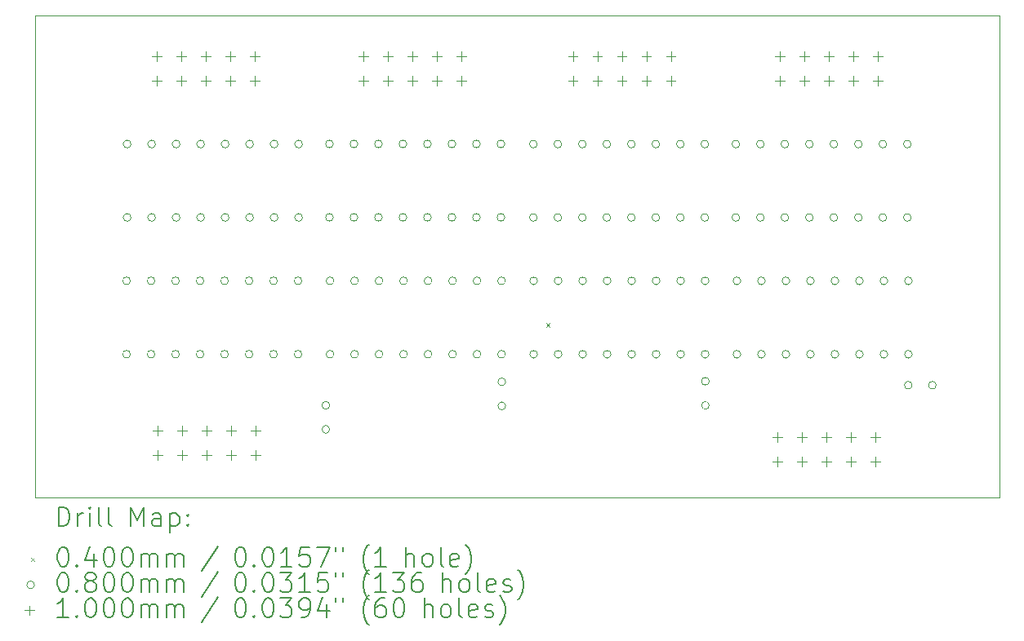
<source format=gbr>
%TF.GenerationSoftware,KiCad,Pcbnew,(7.0.0)*%
%TF.CreationDate,2023-06-04T12:17:30+02:00*%
%TF.ProjectId,DOUT,444f5554-2e6b-4696-9361-645f70636258,rev?*%
%TF.SameCoordinates,Original*%
%TF.FileFunction,Drillmap*%
%TF.FilePolarity,Positive*%
%FSLAX45Y45*%
G04 Gerber Fmt 4.5, Leading zero omitted, Abs format (unit mm)*
G04 Created by KiCad (PCBNEW (7.0.0)) date 2023-06-04 12:17:30*
%MOMM*%
%LPD*%
G01*
G04 APERTURE LIST*
%ADD10C,0.100000*%
%ADD11C,0.200000*%
%ADD12C,0.040000*%
%ADD13C,0.080000*%
G04 APERTURE END LIST*
D10*
X24000000Y-9000000D02*
X14000000Y-9000000D01*
X14000000Y-4000000D01*
X24000000Y-4000000D01*
X24000000Y-9000000D01*
D11*
D12*
X19298440Y-7193050D02*
X19338440Y-7233050D01*
X19338440Y-7193050D02*
X19298440Y-7233050D01*
D13*
X14989000Y-6752000D02*
G75*
G03*
X14989000Y-6752000I-40000J0D01*
G01*
X14989000Y-7514000D02*
G75*
G03*
X14989000Y-7514000I-40000J0D01*
G01*
X14995000Y-5332000D02*
G75*
G03*
X14995000Y-5332000I-40000J0D01*
G01*
X14995000Y-6094000D02*
G75*
G03*
X14995000Y-6094000I-40000J0D01*
G01*
X15243000Y-6752000D02*
G75*
G03*
X15243000Y-6752000I-40000J0D01*
G01*
X15243000Y-7514000D02*
G75*
G03*
X15243000Y-7514000I-40000J0D01*
G01*
X15249000Y-5332000D02*
G75*
G03*
X15249000Y-5332000I-40000J0D01*
G01*
X15249000Y-6094000D02*
G75*
G03*
X15249000Y-6094000I-40000J0D01*
G01*
X15497000Y-6752000D02*
G75*
G03*
X15497000Y-6752000I-40000J0D01*
G01*
X15497000Y-7514000D02*
G75*
G03*
X15497000Y-7514000I-40000J0D01*
G01*
X15503000Y-5332000D02*
G75*
G03*
X15503000Y-5332000I-40000J0D01*
G01*
X15503000Y-6094000D02*
G75*
G03*
X15503000Y-6094000I-40000J0D01*
G01*
X15751000Y-6752000D02*
G75*
G03*
X15751000Y-6752000I-40000J0D01*
G01*
X15751000Y-7514000D02*
G75*
G03*
X15751000Y-7514000I-40000J0D01*
G01*
X15757000Y-5332000D02*
G75*
G03*
X15757000Y-5332000I-40000J0D01*
G01*
X15757000Y-6094000D02*
G75*
G03*
X15757000Y-6094000I-40000J0D01*
G01*
X16005000Y-6752000D02*
G75*
G03*
X16005000Y-6752000I-40000J0D01*
G01*
X16005000Y-7514000D02*
G75*
G03*
X16005000Y-7514000I-40000J0D01*
G01*
X16011000Y-5332000D02*
G75*
G03*
X16011000Y-5332000I-40000J0D01*
G01*
X16011000Y-6094000D02*
G75*
G03*
X16011000Y-6094000I-40000J0D01*
G01*
X16259000Y-6752000D02*
G75*
G03*
X16259000Y-6752000I-40000J0D01*
G01*
X16259000Y-7514000D02*
G75*
G03*
X16259000Y-7514000I-40000J0D01*
G01*
X16265000Y-5332000D02*
G75*
G03*
X16265000Y-5332000I-40000J0D01*
G01*
X16265000Y-6094000D02*
G75*
G03*
X16265000Y-6094000I-40000J0D01*
G01*
X16513000Y-6752000D02*
G75*
G03*
X16513000Y-6752000I-40000J0D01*
G01*
X16513000Y-7514000D02*
G75*
G03*
X16513000Y-7514000I-40000J0D01*
G01*
X16519000Y-5332000D02*
G75*
G03*
X16519000Y-5332000I-40000J0D01*
G01*
X16519000Y-6094000D02*
G75*
G03*
X16519000Y-6094000I-40000J0D01*
G01*
X16767000Y-6752000D02*
G75*
G03*
X16767000Y-6752000I-40000J0D01*
G01*
X16767000Y-7514000D02*
G75*
G03*
X16767000Y-7514000I-40000J0D01*
G01*
X16773000Y-5332000D02*
G75*
G03*
X16773000Y-5332000I-40000J0D01*
G01*
X16773000Y-6094000D02*
G75*
G03*
X16773000Y-6094000I-40000J0D01*
G01*
X17056000Y-8044000D02*
G75*
G03*
X17056000Y-8044000I-40000J0D01*
G01*
X17056000Y-8294000D02*
G75*
G03*
X17056000Y-8294000I-40000J0D01*
G01*
X17092000Y-5331000D02*
G75*
G03*
X17092000Y-5331000I-40000J0D01*
G01*
X17092000Y-6093000D02*
G75*
G03*
X17092000Y-6093000I-40000J0D01*
G01*
X17099000Y-6752000D02*
G75*
G03*
X17099000Y-6752000I-40000J0D01*
G01*
X17099000Y-7514000D02*
G75*
G03*
X17099000Y-7514000I-40000J0D01*
G01*
X17346000Y-5331000D02*
G75*
G03*
X17346000Y-5331000I-40000J0D01*
G01*
X17346000Y-6093000D02*
G75*
G03*
X17346000Y-6093000I-40000J0D01*
G01*
X17353000Y-6752000D02*
G75*
G03*
X17353000Y-6752000I-40000J0D01*
G01*
X17353000Y-7514000D02*
G75*
G03*
X17353000Y-7514000I-40000J0D01*
G01*
X17600000Y-5331000D02*
G75*
G03*
X17600000Y-5331000I-40000J0D01*
G01*
X17600000Y-6093000D02*
G75*
G03*
X17600000Y-6093000I-40000J0D01*
G01*
X17607000Y-6752000D02*
G75*
G03*
X17607000Y-6752000I-40000J0D01*
G01*
X17607000Y-7514000D02*
G75*
G03*
X17607000Y-7514000I-40000J0D01*
G01*
X17854000Y-5331000D02*
G75*
G03*
X17854000Y-5331000I-40000J0D01*
G01*
X17854000Y-6093000D02*
G75*
G03*
X17854000Y-6093000I-40000J0D01*
G01*
X17861000Y-6752000D02*
G75*
G03*
X17861000Y-6752000I-40000J0D01*
G01*
X17861000Y-7514000D02*
G75*
G03*
X17861000Y-7514000I-40000J0D01*
G01*
X18108000Y-5331000D02*
G75*
G03*
X18108000Y-5331000I-40000J0D01*
G01*
X18108000Y-6093000D02*
G75*
G03*
X18108000Y-6093000I-40000J0D01*
G01*
X18115000Y-6752000D02*
G75*
G03*
X18115000Y-6752000I-40000J0D01*
G01*
X18115000Y-7514000D02*
G75*
G03*
X18115000Y-7514000I-40000J0D01*
G01*
X18362000Y-5331000D02*
G75*
G03*
X18362000Y-5331000I-40000J0D01*
G01*
X18362000Y-6093000D02*
G75*
G03*
X18362000Y-6093000I-40000J0D01*
G01*
X18369000Y-6752000D02*
G75*
G03*
X18369000Y-6752000I-40000J0D01*
G01*
X18369000Y-7514000D02*
G75*
G03*
X18369000Y-7514000I-40000J0D01*
G01*
X18616000Y-5331000D02*
G75*
G03*
X18616000Y-5331000I-40000J0D01*
G01*
X18616000Y-6093000D02*
G75*
G03*
X18616000Y-6093000I-40000J0D01*
G01*
X18623000Y-6752000D02*
G75*
G03*
X18623000Y-6752000I-40000J0D01*
G01*
X18623000Y-7514000D02*
G75*
G03*
X18623000Y-7514000I-40000J0D01*
G01*
X18870000Y-5331000D02*
G75*
G03*
X18870000Y-5331000I-40000J0D01*
G01*
X18870000Y-6093000D02*
G75*
G03*
X18870000Y-6093000I-40000J0D01*
G01*
X18877000Y-6752000D02*
G75*
G03*
X18877000Y-6752000I-40000J0D01*
G01*
X18877000Y-7514000D02*
G75*
G03*
X18877000Y-7514000I-40000J0D01*
G01*
X18880000Y-7800000D02*
G75*
G03*
X18880000Y-7800000I-40000J0D01*
G01*
X18880000Y-8050000D02*
G75*
G03*
X18880000Y-8050000I-40000J0D01*
G01*
X19207000Y-5332000D02*
G75*
G03*
X19207000Y-5332000I-40000J0D01*
G01*
X19207000Y-6094000D02*
G75*
G03*
X19207000Y-6094000I-40000J0D01*
G01*
X19210000Y-6752000D02*
G75*
G03*
X19210000Y-6752000I-40000J0D01*
G01*
X19210000Y-7514000D02*
G75*
G03*
X19210000Y-7514000I-40000J0D01*
G01*
X19461000Y-5332000D02*
G75*
G03*
X19461000Y-5332000I-40000J0D01*
G01*
X19461000Y-6094000D02*
G75*
G03*
X19461000Y-6094000I-40000J0D01*
G01*
X19464000Y-6752000D02*
G75*
G03*
X19464000Y-6752000I-40000J0D01*
G01*
X19464000Y-7514000D02*
G75*
G03*
X19464000Y-7514000I-40000J0D01*
G01*
X19715000Y-5332000D02*
G75*
G03*
X19715000Y-5332000I-40000J0D01*
G01*
X19715000Y-6094000D02*
G75*
G03*
X19715000Y-6094000I-40000J0D01*
G01*
X19718000Y-6752000D02*
G75*
G03*
X19718000Y-6752000I-40000J0D01*
G01*
X19718000Y-7514000D02*
G75*
G03*
X19718000Y-7514000I-40000J0D01*
G01*
X19969000Y-5332000D02*
G75*
G03*
X19969000Y-5332000I-40000J0D01*
G01*
X19969000Y-6094000D02*
G75*
G03*
X19969000Y-6094000I-40000J0D01*
G01*
X19972000Y-6752000D02*
G75*
G03*
X19972000Y-6752000I-40000J0D01*
G01*
X19972000Y-7514000D02*
G75*
G03*
X19972000Y-7514000I-40000J0D01*
G01*
X20223000Y-5332000D02*
G75*
G03*
X20223000Y-5332000I-40000J0D01*
G01*
X20223000Y-6094000D02*
G75*
G03*
X20223000Y-6094000I-40000J0D01*
G01*
X20226000Y-6752000D02*
G75*
G03*
X20226000Y-6752000I-40000J0D01*
G01*
X20226000Y-7514000D02*
G75*
G03*
X20226000Y-7514000I-40000J0D01*
G01*
X20477000Y-5332000D02*
G75*
G03*
X20477000Y-5332000I-40000J0D01*
G01*
X20477000Y-6094000D02*
G75*
G03*
X20477000Y-6094000I-40000J0D01*
G01*
X20480000Y-6752000D02*
G75*
G03*
X20480000Y-6752000I-40000J0D01*
G01*
X20480000Y-7514000D02*
G75*
G03*
X20480000Y-7514000I-40000J0D01*
G01*
X20731000Y-5332000D02*
G75*
G03*
X20731000Y-5332000I-40000J0D01*
G01*
X20731000Y-6094000D02*
G75*
G03*
X20731000Y-6094000I-40000J0D01*
G01*
X20734000Y-6752000D02*
G75*
G03*
X20734000Y-6752000I-40000J0D01*
G01*
X20734000Y-7514000D02*
G75*
G03*
X20734000Y-7514000I-40000J0D01*
G01*
X20985000Y-5332000D02*
G75*
G03*
X20985000Y-5332000I-40000J0D01*
G01*
X20985000Y-6094000D02*
G75*
G03*
X20985000Y-6094000I-40000J0D01*
G01*
X20988000Y-6752000D02*
G75*
G03*
X20988000Y-6752000I-40000J0D01*
G01*
X20988000Y-7514000D02*
G75*
G03*
X20988000Y-7514000I-40000J0D01*
G01*
X20990000Y-7795000D02*
G75*
G03*
X20990000Y-7795000I-40000J0D01*
G01*
X20990000Y-8045000D02*
G75*
G03*
X20990000Y-8045000I-40000J0D01*
G01*
X21307000Y-5332000D02*
G75*
G03*
X21307000Y-5332000I-40000J0D01*
G01*
X21307000Y-6094000D02*
G75*
G03*
X21307000Y-6094000I-40000J0D01*
G01*
X21318000Y-6752000D02*
G75*
G03*
X21318000Y-6752000I-40000J0D01*
G01*
X21318000Y-7514000D02*
G75*
G03*
X21318000Y-7514000I-40000J0D01*
G01*
X21561000Y-5332000D02*
G75*
G03*
X21561000Y-5332000I-40000J0D01*
G01*
X21561000Y-6094000D02*
G75*
G03*
X21561000Y-6094000I-40000J0D01*
G01*
X21572000Y-6752000D02*
G75*
G03*
X21572000Y-6752000I-40000J0D01*
G01*
X21572000Y-7514000D02*
G75*
G03*
X21572000Y-7514000I-40000J0D01*
G01*
X21815000Y-5332000D02*
G75*
G03*
X21815000Y-5332000I-40000J0D01*
G01*
X21815000Y-6094000D02*
G75*
G03*
X21815000Y-6094000I-40000J0D01*
G01*
X21826000Y-6752000D02*
G75*
G03*
X21826000Y-6752000I-40000J0D01*
G01*
X21826000Y-7514000D02*
G75*
G03*
X21826000Y-7514000I-40000J0D01*
G01*
X22069000Y-5332000D02*
G75*
G03*
X22069000Y-5332000I-40000J0D01*
G01*
X22069000Y-6094000D02*
G75*
G03*
X22069000Y-6094000I-40000J0D01*
G01*
X22080000Y-6752000D02*
G75*
G03*
X22080000Y-6752000I-40000J0D01*
G01*
X22080000Y-7514000D02*
G75*
G03*
X22080000Y-7514000I-40000J0D01*
G01*
X22323000Y-5332000D02*
G75*
G03*
X22323000Y-5332000I-40000J0D01*
G01*
X22323000Y-6094000D02*
G75*
G03*
X22323000Y-6094000I-40000J0D01*
G01*
X22334000Y-6752000D02*
G75*
G03*
X22334000Y-6752000I-40000J0D01*
G01*
X22334000Y-7514000D02*
G75*
G03*
X22334000Y-7514000I-40000J0D01*
G01*
X22577000Y-5332000D02*
G75*
G03*
X22577000Y-5332000I-40000J0D01*
G01*
X22577000Y-6094000D02*
G75*
G03*
X22577000Y-6094000I-40000J0D01*
G01*
X22588000Y-6752000D02*
G75*
G03*
X22588000Y-6752000I-40000J0D01*
G01*
X22588000Y-7514000D02*
G75*
G03*
X22588000Y-7514000I-40000J0D01*
G01*
X22831000Y-5332000D02*
G75*
G03*
X22831000Y-5332000I-40000J0D01*
G01*
X22831000Y-6094000D02*
G75*
G03*
X22831000Y-6094000I-40000J0D01*
G01*
X22842000Y-6752000D02*
G75*
G03*
X22842000Y-6752000I-40000J0D01*
G01*
X22842000Y-7514000D02*
G75*
G03*
X22842000Y-7514000I-40000J0D01*
G01*
X23085000Y-5332000D02*
G75*
G03*
X23085000Y-5332000I-40000J0D01*
G01*
X23085000Y-6094000D02*
G75*
G03*
X23085000Y-6094000I-40000J0D01*
G01*
X23094000Y-7835000D02*
G75*
G03*
X23094000Y-7835000I-40000J0D01*
G01*
X23096000Y-6752000D02*
G75*
G03*
X23096000Y-6752000I-40000J0D01*
G01*
X23096000Y-7514000D02*
G75*
G03*
X23096000Y-7514000I-40000J0D01*
G01*
X23344000Y-7835000D02*
G75*
G03*
X23344000Y-7835000I-40000J0D01*
G01*
D10*
X15263000Y-4370000D02*
X15263000Y-4470000D01*
X15213000Y-4420000D02*
X15313000Y-4420000D01*
X15263000Y-4624000D02*
X15263000Y-4724000D01*
X15213000Y-4674000D02*
X15313000Y-4674000D01*
X15270000Y-8256000D02*
X15270000Y-8356000D01*
X15220000Y-8306000D02*
X15320000Y-8306000D01*
X15270000Y-8510000D02*
X15270000Y-8610000D01*
X15220000Y-8560000D02*
X15320000Y-8560000D01*
X15517000Y-4370000D02*
X15517000Y-4470000D01*
X15467000Y-4420000D02*
X15567000Y-4420000D01*
X15517000Y-4624000D02*
X15517000Y-4724000D01*
X15467000Y-4674000D02*
X15567000Y-4674000D01*
X15524000Y-8256000D02*
X15524000Y-8356000D01*
X15474000Y-8306000D02*
X15574000Y-8306000D01*
X15524000Y-8510000D02*
X15524000Y-8610000D01*
X15474000Y-8560000D02*
X15574000Y-8560000D01*
X15771000Y-4370000D02*
X15771000Y-4470000D01*
X15721000Y-4420000D02*
X15821000Y-4420000D01*
X15771000Y-4624000D02*
X15771000Y-4724000D01*
X15721000Y-4674000D02*
X15821000Y-4674000D01*
X15778000Y-8256000D02*
X15778000Y-8356000D01*
X15728000Y-8306000D02*
X15828000Y-8306000D01*
X15778000Y-8510000D02*
X15778000Y-8610000D01*
X15728000Y-8560000D02*
X15828000Y-8560000D01*
X16025000Y-4370000D02*
X16025000Y-4470000D01*
X15975000Y-4420000D02*
X16075000Y-4420000D01*
X16025000Y-4624000D02*
X16025000Y-4724000D01*
X15975000Y-4674000D02*
X16075000Y-4674000D01*
X16032000Y-8256000D02*
X16032000Y-8356000D01*
X15982000Y-8306000D02*
X16082000Y-8306000D01*
X16032000Y-8510000D02*
X16032000Y-8610000D01*
X15982000Y-8560000D02*
X16082000Y-8560000D01*
X16279000Y-4370000D02*
X16279000Y-4470000D01*
X16229000Y-4420000D02*
X16329000Y-4420000D01*
X16279000Y-4624000D02*
X16279000Y-4724000D01*
X16229000Y-4674000D02*
X16329000Y-4674000D01*
X16286000Y-8256000D02*
X16286000Y-8356000D01*
X16236000Y-8306000D02*
X16336000Y-8306000D01*
X16286000Y-8510000D02*
X16286000Y-8610000D01*
X16236000Y-8560000D02*
X16336000Y-8560000D01*
X17407000Y-4370000D02*
X17407000Y-4470000D01*
X17357000Y-4420000D02*
X17457000Y-4420000D01*
X17407000Y-4624000D02*
X17407000Y-4724000D01*
X17357000Y-4674000D02*
X17457000Y-4674000D01*
X17661000Y-4370000D02*
X17661000Y-4470000D01*
X17611000Y-4420000D02*
X17711000Y-4420000D01*
X17661000Y-4624000D02*
X17661000Y-4724000D01*
X17611000Y-4674000D02*
X17711000Y-4674000D01*
X17915000Y-4370000D02*
X17915000Y-4470000D01*
X17865000Y-4420000D02*
X17965000Y-4420000D01*
X17915000Y-4624000D02*
X17915000Y-4724000D01*
X17865000Y-4674000D02*
X17965000Y-4674000D01*
X18169000Y-4370000D02*
X18169000Y-4470000D01*
X18119000Y-4420000D02*
X18219000Y-4420000D01*
X18169000Y-4624000D02*
X18169000Y-4724000D01*
X18119000Y-4674000D02*
X18219000Y-4674000D01*
X18423000Y-4370000D02*
X18423000Y-4470000D01*
X18373000Y-4420000D02*
X18473000Y-4420000D01*
X18423000Y-4624000D02*
X18423000Y-4724000D01*
X18373000Y-4674000D02*
X18473000Y-4674000D01*
X19577000Y-4371000D02*
X19577000Y-4471000D01*
X19527000Y-4421000D02*
X19627000Y-4421000D01*
X19577000Y-4625000D02*
X19577000Y-4725000D01*
X19527000Y-4675000D02*
X19627000Y-4675000D01*
X19831000Y-4371000D02*
X19831000Y-4471000D01*
X19781000Y-4421000D02*
X19881000Y-4421000D01*
X19831000Y-4625000D02*
X19831000Y-4725000D01*
X19781000Y-4675000D02*
X19881000Y-4675000D01*
X20085000Y-4371000D02*
X20085000Y-4471000D01*
X20035000Y-4421000D02*
X20135000Y-4421000D01*
X20085000Y-4625000D02*
X20085000Y-4725000D01*
X20035000Y-4675000D02*
X20135000Y-4675000D01*
X20339000Y-4371000D02*
X20339000Y-4471000D01*
X20289000Y-4421000D02*
X20389000Y-4421000D01*
X20339000Y-4625000D02*
X20339000Y-4725000D01*
X20289000Y-4675000D02*
X20389000Y-4675000D01*
X20593000Y-4371000D02*
X20593000Y-4471000D01*
X20543000Y-4421000D02*
X20643000Y-4421000D01*
X20593000Y-4625000D02*
X20593000Y-4725000D01*
X20543000Y-4675000D02*
X20643000Y-4675000D01*
X21697000Y-8325000D02*
X21697000Y-8425000D01*
X21647000Y-8375000D02*
X21747000Y-8375000D01*
X21697000Y-8579000D02*
X21697000Y-8679000D01*
X21647000Y-8629000D02*
X21747000Y-8629000D01*
X21725000Y-4371000D02*
X21725000Y-4471000D01*
X21675000Y-4421000D02*
X21775000Y-4421000D01*
X21725000Y-4625000D02*
X21725000Y-4725000D01*
X21675000Y-4675000D02*
X21775000Y-4675000D01*
X21951000Y-8325000D02*
X21951000Y-8425000D01*
X21901000Y-8375000D02*
X22001000Y-8375000D01*
X21951000Y-8579000D02*
X21951000Y-8679000D01*
X21901000Y-8629000D02*
X22001000Y-8629000D01*
X21979000Y-4371000D02*
X21979000Y-4471000D01*
X21929000Y-4421000D02*
X22029000Y-4421000D01*
X21979000Y-4625000D02*
X21979000Y-4725000D01*
X21929000Y-4675000D02*
X22029000Y-4675000D01*
X22205000Y-8325000D02*
X22205000Y-8425000D01*
X22155000Y-8375000D02*
X22255000Y-8375000D01*
X22205000Y-8579000D02*
X22205000Y-8679000D01*
X22155000Y-8629000D02*
X22255000Y-8629000D01*
X22233000Y-4371000D02*
X22233000Y-4471000D01*
X22183000Y-4421000D02*
X22283000Y-4421000D01*
X22233000Y-4625000D02*
X22233000Y-4725000D01*
X22183000Y-4675000D02*
X22283000Y-4675000D01*
X22459000Y-8325000D02*
X22459000Y-8425000D01*
X22409000Y-8375000D02*
X22509000Y-8375000D01*
X22459000Y-8579000D02*
X22459000Y-8679000D01*
X22409000Y-8629000D02*
X22509000Y-8629000D01*
X22487000Y-4371000D02*
X22487000Y-4471000D01*
X22437000Y-4421000D02*
X22537000Y-4421000D01*
X22487000Y-4625000D02*
X22487000Y-4725000D01*
X22437000Y-4675000D02*
X22537000Y-4675000D01*
X22713000Y-8325000D02*
X22713000Y-8425000D01*
X22663000Y-8375000D02*
X22763000Y-8375000D01*
X22713000Y-8579000D02*
X22713000Y-8679000D01*
X22663000Y-8629000D02*
X22763000Y-8629000D01*
X22741000Y-4371000D02*
X22741000Y-4471000D01*
X22691000Y-4421000D02*
X22791000Y-4421000D01*
X22741000Y-4625000D02*
X22741000Y-4725000D01*
X22691000Y-4675000D02*
X22791000Y-4675000D01*
D11*
X14242619Y-9298476D02*
X14242619Y-9098476D01*
X14242619Y-9098476D02*
X14290238Y-9098476D01*
X14290238Y-9098476D02*
X14318809Y-9108000D01*
X14318809Y-9108000D02*
X14337857Y-9127048D01*
X14337857Y-9127048D02*
X14347381Y-9146095D01*
X14347381Y-9146095D02*
X14356905Y-9184190D01*
X14356905Y-9184190D02*
X14356905Y-9212762D01*
X14356905Y-9212762D02*
X14347381Y-9250857D01*
X14347381Y-9250857D02*
X14337857Y-9269905D01*
X14337857Y-9269905D02*
X14318809Y-9288952D01*
X14318809Y-9288952D02*
X14290238Y-9298476D01*
X14290238Y-9298476D02*
X14242619Y-9298476D01*
X14442619Y-9298476D02*
X14442619Y-9165143D01*
X14442619Y-9203238D02*
X14452143Y-9184190D01*
X14452143Y-9184190D02*
X14461667Y-9174667D01*
X14461667Y-9174667D02*
X14480714Y-9165143D01*
X14480714Y-9165143D02*
X14499762Y-9165143D01*
X14566428Y-9298476D02*
X14566428Y-9165143D01*
X14566428Y-9098476D02*
X14556905Y-9108000D01*
X14556905Y-9108000D02*
X14566428Y-9117524D01*
X14566428Y-9117524D02*
X14575952Y-9108000D01*
X14575952Y-9108000D02*
X14566428Y-9098476D01*
X14566428Y-9098476D02*
X14566428Y-9117524D01*
X14690238Y-9298476D02*
X14671190Y-9288952D01*
X14671190Y-9288952D02*
X14661667Y-9269905D01*
X14661667Y-9269905D02*
X14661667Y-9098476D01*
X14795000Y-9298476D02*
X14775952Y-9288952D01*
X14775952Y-9288952D02*
X14766428Y-9269905D01*
X14766428Y-9269905D02*
X14766428Y-9098476D01*
X14991190Y-9298476D02*
X14991190Y-9098476D01*
X14991190Y-9098476D02*
X15057857Y-9241333D01*
X15057857Y-9241333D02*
X15124524Y-9098476D01*
X15124524Y-9098476D02*
X15124524Y-9298476D01*
X15305476Y-9298476D02*
X15305476Y-9193714D01*
X15305476Y-9193714D02*
X15295952Y-9174667D01*
X15295952Y-9174667D02*
X15276905Y-9165143D01*
X15276905Y-9165143D02*
X15238809Y-9165143D01*
X15238809Y-9165143D02*
X15219762Y-9174667D01*
X15305476Y-9288952D02*
X15286428Y-9298476D01*
X15286428Y-9298476D02*
X15238809Y-9298476D01*
X15238809Y-9298476D02*
X15219762Y-9288952D01*
X15219762Y-9288952D02*
X15210238Y-9269905D01*
X15210238Y-9269905D02*
X15210238Y-9250857D01*
X15210238Y-9250857D02*
X15219762Y-9231810D01*
X15219762Y-9231810D02*
X15238809Y-9222286D01*
X15238809Y-9222286D02*
X15286428Y-9222286D01*
X15286428Y-9222286D02*
X15305476Y-9212762D01*
X15400714Y-9165143D02*
X15400714Y-9365143D01*
X15400714Y-9174667D02*
X15419762Y-9165143D01*
X15419762Y-9165143D02*
X15457857Y-9165143D01*
X15457857Y-9165143D02*
X15476905Y-9174667D01*
X15476905Y-9174667D02*
X15486428Y-9184190D01*
X15486428Y-9184190D02*
X15495952Y-9203238D01*
X15495952Y-9203238D02*
X15495952Y-9260381D01*
X15495952Y-9260381D02*
X15486428Y-9279429D01*
X15486428Y-9279429D02*
X15476905Y-9288952D01*
X15476905Y-9288952D02*
X15457857Y-9298476D01*
X15457857Y-9298476D02*
X15419762Y-9298476D01*
X15419762Y-9298476D02*
X15400714Y-9288952D01*
X15581667Y-9279429D02*
X15591190Y-9288952D01*
X15591190Y-9288952D02*
X15581667Y-9298476D01*
X15581667Y-9298476D02*
X15572143Y-9288952D01*
X15572143Y-9288952D02*
X15581667Y-9279429D01*
X15581667Y-9279429D02*
X15581667Y-9298476D01*
X15581667Y-9174667D02*
X15591190Y-9184190D01*
X15591190Y-9184190D02*
X15581667Y-9193714D01*
X15581667Y-9193714D02*
X15572143Y-9184190D01*
X15572143Y-9184190D02*
X15581667Y-9174667D01*
X15581667Y-9174667D02*
X15581667Y-9193714D01*
D12*
X13955000Y-9625000D02*
X13995000Y-9665000D01*
X13995000Y-9625000D02*
X13955000Y-9665000D01*
D11*
X14280714Y-9518476D02*
X14299762Y-9518476D01*
X14299762Y-9518476D02*
X14318809Y-9528000D01*
X14318809Y-9528000D02*
X14328333Y-9537524D01*
X14328333Y-9537524D02*
X14337857Y-9556571D01*
X14337857Y-9556571D02*
X14347381Y-9594667D01*
X14347381Y-9594667D02*
X14347381Y-9642286D01*
X14347381Y-9642286D02*
X14337857Y-9680381D01*
X14337857Y-9680381D02*
X14328333Y-9699429D01*
X14328333Y-9699429D02*
X14318809Y-9708952D01*
X14318809Y-9708952D02*
X14299762Y-9718476D01*
X14299762Y-9718476D02*
X14280714Y-9718476D01*
X14280714Y-9718476D02*
X14261667Y-9708952D01*
X14261667Y-9708952D02*
X14252143Y-9699429D01*
X14252143Y-9699429D02*
X14242619Y-9680381D01*
X14242619Y-9680381D02*
X14233095Y-9642286D01*
X14233095Y-9642286D02*
X14233095Y-9594667D01*
X14233095Y-9594667D02*
X14242619Y-9556571D01*
X14242619Y-9556571D02*
X14252143Y-9537524D01*
X14252143Y-9537524D02*
X14261667Y-9528000D01*
X14261667Y-9528000D02*
X14280714Y-9518476D01*
X14433095Y-9699429D02*
X14442619Y-9708952D01*
X14442619Y-9708952D02*
X14433095Y-9718476D01*
X14433095Y-9718476D02*
X14423571Y-9708952D01*
X14423571Y-9708952D02*
X14433095Y-9699429D01*
X14433095Y-9699429D02*
X14433095Y-9718476D01*
X14614048Y-9585143D02*
X14614048Y-9718476D01*
X14566428Y-9508952D02*
X14518809Y-9651810D01*
X14518809Y-9651810D02*
X14642619Y-9651810D01*
X14756905Y-9518476D02*
X14775952Y-9518476D01*
X14775952Y-9518476D02*
X14795000Y-9528000D01*
X14795000Y-9528000D02*
X14804524Y-9537524D01*
X14804524Y-9537524D02*
X14814048Y-9556571D01*
X14814048Y-9556571D02*
X14823571Y-9594667D01*
X14823571Y-9594667D02*
X14823571Y-9642286D01*
X14823571Y-9642286D02*
X14814048Y-9680381D01*
X14814048Y-9680381D02*
X14804524Y-9699429D01*
X14804524Y-9699429D02*
X14795000Y-9708952D01*
X14795000Y-9708952D02*
X14775952Y-9718476D01*
X14775952Y-9718476D02*
X14756905Y-9718476D01*
X14756905Y-9718476D02*
X14737857Y-9708952D01*
X14737857Y-9708952D02*
X14728333Y-9699429D01*
X14728333Y-9699429D02*
X14718809Y-9680381D01*
X14718809Y-9680381D02*
X14709286Y-9642286D01*
X14709286Y-9642286D02*
X14709286Y-9594667D01*
X14709286Y-9594667D02*
X14718809Y-9556571D01*
X14718809Y-9556571D02*
X14728333Y-9537524D01*
X14728333Y-9537524D02*
X14737857Y-9528000D01*
X14737857Y-9528000D02*
X14756905Y-9518476D01*
X14947381Y-9518476D02*
X14966429Y-9518476D01*
X14966429Y-9518476D02*
X14985476Y-9528000D01*
X14985476Y-9528000D02*
X14995000Y-9537524D01*
X14995000Y-9537524D02*
X15004524Y-9556571D01*
X15004524Y-9556571D02*
X15014048Y-9594667D01*
X15014048Y-9594667D02*
X15014048Y-9642286D01*
X15014048Y-9642286D02*
X15004524Y-9680381D01*
X15004524Y-9680381D02*
X14995000Y-9699429D01*
X14995000Y-9699429D02*
X14985476Y-9708952D01*
X14985476Y-9708952D02*
X14966429Y-9718476D01*
X14966429Y-9718476D02*
X14947381Y-9718476D01*
X14947381Y-9718476D02*
X14928333Y-9708952D01*
X14928333Y-9708952D02*
X14918809Y-9699429D01*
X14918809Y-9699429D02*
X14909286Y-9680381D01*
X14909286Y-9680381D02*
X14899762Y-9642286D01*
X14899762Y-9642286D02*
X14899762Y-9594667D01*
X14899762Y-9594667D02*
X14909286Y-9556571D01*
X14909286Y-9556571D02*
X14918809Y-9537524D01*
X14918809Y-9537524D02*
X14928333Y-9528000D01*
X14928333Y-9528000D02*
X14947381Y-9518476D01*
X15099762Y-9718476D02*
X15099762Y-9585143D01*
X15099762Y-9604190D02*
X15109286Y-9594667D01*
X15109286Y-9594667D02*
X15128333Y-9585143D01*
X15128333Y-9585143D02*
X15156905Y-9585143D01*
X15156905Y-9585143D02*
X15175952Y-9594667D01*
X15175952Y-9594667D02*
X15185476Y-9613714D01*
X15185476Y-9613714D02*
X15185476Y-9718476D01*
X15185476Y-9613714D02*
X15195000Y-9594667D01*
X15195000Y-9594667D02*
X15214048Y-9585143D01*
X15214048Y-9585143D02*
X15242619Y-9585143D01*
X15242619Y-9585143D02*
X15261667Y-9594667D01*
X15261667Y-9594667D02*
X15271190Y-9613714D01*
X15271190Y-9613714D02*
X15271190Y-9718476D01*
X15366429Y-9718476D02*
X15366429Y-9585143D01*
X15366429Y-9604190D02*
X15375952Y-9594667D01*
X15375952Y-9594667D02*
X15395000Y-9585143D01*
X15395000Y-9585143D02*
X15423571Y-9585143D01*
X15423571Y-9585143D02*
X15442619Y-9594667D01*
X15442619Y-9594667D02*
X15452143Y-9613714D01*
X15452143Y-9613714D02*
X15452143Y-9718476D01*
X15452143Y-9613714D02*
X15461667Y-9594667D01*
X15461667Y-9594667D02*
X15480714Y-9585143D01*
X15480714Y-9585143D02*
X15509286Y-9585143D01*
X15509286Y-9585143D02*
X15528333Y-9594667D01*
X15528333Y-9594667D02*
X15537857Y-9613714D01*
X15537857Y-9613714D02*
X15537857Y-9718476D01*
X15895952Y-9508952D02*
X15724524Y-9766095D01*
X16120714Y-9518476D02*
X16139762Y-9518476D01*
X16139762Y-9518476D02*
X16158810Y-9528000D01*
X16158810Y-9528000D02*
X16168333Y-9537524D01*
X16168333Y-9537524D02*
X16177857Y-9556571D01*
X16177857Y-9556571D02*
X16187381Y-9594667D01*
X16187381Y-9594667D02*
X16187381Y-9642286D01*
X16187381Y-9642286D02*
X16177857Y-9680381D01*
X16177857Y-9680381D02*
X16168333Y-9699429D01*
X16168333Y-9699429D02*
X16158810Y-9708952D01*
X16158810Y-9708952D02*
X16139762Y-9718476D01*
X16139762Y-9718476D02*
X16120714Y-9718476D01*
X16120714Y-9718476D02*
X16101667Y-9708952D01*
X16101667Y-9708952D02*
X16092143Y-9699429D01*
X16092143Y-9699429D02*
X16082619Y-9680381D01*
X16082619Y-9680381D02*
X16073095Y-9642286D01*
X16073095Y-9642286D02*
X16073095Y-9594667D01*
X16073095Y-9594667D02*
X16082619Y-9556571D01*
X16082619Y-9556571D02*
X16092143Y-9537524D01*
X16092143Y-9537524D02*
X16101667Y-9528000D01*
X16101667Y-9528000D02*
X16120714Y-9518476D01*
X16273095Y-9699429D02*
X16282619Y-9708952D01*
X16282619Y-9708952D02*
X16273095Y-9718476D01*
X16273095Y-9718476D02*
X16263571Y-9708952D01*
X16263571Y-9708952D02*
X16273095Y-9699429D01*
X16273095Y-9699429D02*
X16273095Y-9718476D01*
X16406429Y-9518476D02*
X16425476Y-9518476D01*
X16425476Y-9518476D02*
X16444524Y-9528000D01*
X16444524Y-9528000D02*
X16454048Y-9537524D01*
X16454048Y-9537524D02*
X16463571Y-9556571D01*
X16463571Y-9556571D02*
X16473095Y-9594667D01*
X16473095Y-9594667D02*
X16473095Y-9642286D01*
X16473095Y-9642286D02*
X16463571Y-9680381D01*
X16463571Y-9680381D02*
X16454048Y-9699429D01*
X16454048Y-9699429D02*
X16444524Y-9708952D01*
X16444524Y-9708952D02*
X16425476Y-9718476D01*
X16425476Y-9718476D02*
X16406429Y-9718476D01*
X16406429Y-9718476D02*
X16387381Y-9708952D01*
X16387381Y-9708952D02*
X16377857Y-9699429D01*
X16377857Y-9699429D02*
X16368333Y-9680381D01*
X16368333Y-9680381D02*
X16358810Y-9642286D01*
X16358810Y-9642286D02*
X16358810Y-9594667D01*
X16358810Y-9594667D02*
X16368333Y-9556571D01*
X16368333Y-9556571D02*
X16377857Y-9537524D01*
X16377857Y-9537524D02*
X16387381Y-9528000D01*
X16387381Y-9528000D02*
X16406429Y-9518476D01*
X16663571Y-9718476D02*
X16549286Y-9718476D01*
X16606429Y-9718476D02*
X16606429Y-9518476D01*
X16606429Y-9518476D02*
X16587381Y-9547048D01*
X16587381Y-9547048D02*
X16568333Y-9566095D01*
X16568333Y-9566095D02*
X16549286Y-9575619D01*
X16844524Y-9518476D02*
X16749286Y-9518476D01*
X16749286Y-9518476D02*
X16739762Y-9613714D01*
X16739762Y-9613714D02*
X16749286Y-9604190D01*
X16749286Y-9604190D02*
X16768333Y-9594667D01*
X16768333Y-9594667D02*
X16815953Y-9594667D01*
X16815953Y-9594667D02*
X16835000Y-9604190D01*
X16835000Y-9604190D02*
X16844524Y-9613714D01*
X16844524Y-9613714D02*
X16854048Y-9632762D01*
X16854048Y-9632762D02*
X16854048Y-9680381D01*
X16854048Y-9680381D02*
X16844524Y-9699429D01*
X16844524Y-9699429D02*
X16835000Y-9708952D01*
X16835000Y-9708952D02*
X16815953Y-9718476D01*
X16815953Y-9718476D02*
X16768333Y-9718476D01*
X16768333Y-9718476D02*
X16749286Y-9708952D01*
X16749286Y-9708952D02*
X16739762Y-9699429D01*
X16920714Y-9518476D02*
X17054048Y-9518476D01*
X17054048Y-9518476D02*
X16968333Y-9718476D01*
X17120714Y-9518476D02*
X17120714Y-9556571D01*
X17196905Y-9518476D02*
X17196905Y-9556571D01*
X17459762Y-9794667D02*
X17450238Y-9785143D01*
X17450238Y-9785143D02*
X17431191Y-9756571D01*
X17431191Y-9756571D02*
X17421667Y-9737524D01*
X17421667Y-9737524D02*
X17412143Y-9708952D01*
X17412143Y-9708952D02*
X17402619Y-9661333D01*
X17402619Y-9661333D02*
X17402619Y-9623238D01*
X17402619Y-9623238D02*
X17412143Y-9575619D01*
X17412143Y-9575619D02*
X17421667Y-9547048D01*
X17421667Y-9547048D02*
X17431191Y-9528000D01*
X17431191Y-9528000D02*
X17450238Y-9499429D01*
X17450238Y-9499429D02*
X17459762Y-9489905D01*
X17640714Y-9718476D02*
X17526429Y-9718476D01*
X17583572Y-9718476D02*
X17583572Y-9518476D01*
X17583572Y-9518476D02*
X17564524Y-9547048D01*
X17564524Y-9547048D02*
X17545476Y-9566095D01*
X17545476Y-9566095D02*
X17526429Y-9575619D01*
X17846429Y-9718476D02*
X17846429Y-9518476D01*
X17932143Y-9718476D02*
X17932143Y-9613714D01*
X17932143Y-9613714D02*
X17922619Y-9594667D01*
X17922619Y-9594667D02*
X17903572Y-9585143D01*
X17903572Y-9585143D02*
X17875000Y-9585143D01*
X17875000Y-9585143D02*
X17855953Y-9594667D01*
X17855953Y-9594667D02*
X17846429Y-9604190D01*
X18055953Y-9718476D02*
X18036905Y-9708952D01*
X18036905Y-9708952D02*
X18027381Y-9699429D01*
X18027381Y-9699429D02*
X18017857Y-9680381D01*
X18017857Y-9680381D02*
X18017857Y-9623238D01*
X18017857Y-9623238D02*
X18027381Y-9604190D01*
X18027381Y-9604190D02*
X18036905Y-9594667D01*
X18036905Y-9594667D02*
X18055953Y-9585143D01*
X18055953Y-9585143D02*
X18084524Y-9585143D01*
X18084524Y-9585143D02*
X18103572Y-9594667D01*
X18103572Y-9594667D02*
X18113095Y-9604190D01*
X18113095Y-9604190D02*
X18122619Y-9623238D01*
X18122619Y-9623238D02*
X18122619Y-9680381D01*
X18122619Y-9680381D02*
X18113095Y-9699429D01*
X18113095Y-9699429D02*
X18103572Y-9708952D01*
X18103572Y-9708952D02*
X18084524Y-9718476D01*
X18084524Y-9718476D02*
X18055953Y-9718476D01*
X18236905Y-9718476D02*
X18217857Y-9708952D01*
X18217857Y-9708952D02*
X18208334Y-9689905D01*
X18208334Y-9689905D02*
X18208334Y-9518476D01*
X18389286Y-9708952D02*
X18370238Y-9718476D01*
X18370238Y-9718476D02*
X18332143Y-9718476D01*
X18332143Y-9718476D02*
X18313095Y-9708952D01*
X18313095Y-9708952D02*
X18303572Y-9689905D01*
X18303572Y-9689905D02*
X18303572Y-9613714D01*
X18303572Y-9613714D02*
X18313095Y-9594667D01*
X18313095Y-9594667D02*
X18332143Y-9585143D01*
X18332143Y-9585143D02*
X18370238Y-9585143D01*
X18370238Y-9585143D02*
X18389286Y-9594667D01*
X18389286Y-9594667D02*
X18398810Y-9613714D01*
X18398810Y-9613714D02*
X18398810Y-9632762D01*
X18398810Y-9632762D02*
X18303572Y-9651810D01*
X18465476Y-9794667D02*
X18475000Y-9785143D01*
X18475000Y-9785143D02*
X18494048Y-9756571D01*
X18494048Y-9756571D02*
X18503572Y-9737524D01*
X18503572Y-9737524D02*
X18513095Y-9708952D01*
X18513095Y-9708952D02*
X18522619Y-9661333D01*
X18522619Y-9661333D02*
X18522619Y-9623238D01*
X18522619Y-9623238D02*
X18513095Y-9575619D01*
X18513095Y-9575619D02*
X18503572Y-9547048D01*
X18503572Y-9547048D02*
X18494048Y-9528000D01*
X18494048Y-9528000D02*
X18475000Y-9499429D01*
X18475000Y-9499429D02*
X18465476Y-9489905D01*
D13*
X13995000Y-9909000D02*
G75*
G03*
X13995000Y-9909000I-40000J0D01*
G01*
D11*
X14280714Y-9782476D02*
X14299762Y-9782476D01*
X14299762Y-9782476D02*
X14318809Y-9792000D01*
X14318809Y-9792000D02*
X14328333Y-9801524D01*
X14328333Y-9801524D02*
X14337857Y-9820571D01*
X14337857Y-9820571D02*
X14347381Y-9858667D01*
X14347381Y-9858667D02*
X14347381Y-9906286D01*
X14347381Y-9906286D02*
X14337857Y-9944381D01*
X14337857Y-9944381D02*
X14328333Y-9963429D01*
X14328333Y-9963429D02*
X14318809Y-9972952D01*
X14318809Y-9972952D02*
X14299762Y-9982476D01*
X14299762Y-9982476D02*
X14280714Y-9982476D01*
X14280714Y-9982476D02*
X14261667Y-9972952D01*
X14261667Y-9972952D02*
X14252143Y-9963429D01*
X14252143Y-9963429D02*
X14242619Y-9944381D01*
X14242619Y-9944381D02*
X14233095Y-9906286D01*
X14233095Y-9906286D02*
X14233095Y-9858667D01*
X14233095Y-9858667D02*
X14242619Y-9820571D01*
X14242619Y-9820571D02*
X14252143Y-9801524D01*
X14252143Y-9801524D02*
X14261667Y-9792000D01*
X14261667Y-9792000D02*
X14280714Y-9782476D01*
X14433095Y-9963429D02*
X14442619Y-9972952D01*
X14442619Y-9972952D02*
X14433095Y-9982476D01*
X14433095Y-9982476D02*
X14423571Y-9972952D01*
X14423571Y-9972952D02*
X14433095Y-9963429D01*
X14433095Y-9963429D02*
X14433095Y-9982476D01*
X14556905Y-9868190D02*
X14537857Y-9858667D01*
X14537857Y-9858667D02*
X14528333Y-9849143D01*
X14528333Y-9849143D02*
X14518809Y-9830095D01*
X14518809Y-9830095D02*
X14518809Y-9820571D01*
X14518809Y-9820571D02*
X14528333Y-9801524D01*
X14528333Y-9801524D02*
X14537857Y-9792000D01*
X14537857Y-9792000D02*
X14556905Y-9782476D01*
X14556905Y-9782476D02*
X14595000Y-9782476D01*
X14595000Y-9782476D02*
X14614048Y-9792000D01*
X14614048Y-9792000D02*
X14623571Y-9801524D01*
X14623571Y-9801524D02*
X14633095Y-9820571D01*
X14633095Y-9820571D02*
X14633095Y-9830095D01*
X14633095Y-9830095D02*
X14623571Y-9849143D01*
X14623571Y-9849143D02*
X14614048Y-9858667D01*
X14614048Y-9858667D02*
X14595000Y-9868190D01*
X14595000Y-9868190D02*
X14556905Y-9868190D01*
X14556905Y-9868190D02*
X14537857Y-9877714D01*
X14537857Y-9877714D02*
X14528333Y-9887238D01*
X14528333Y-9887238D02*
X14518809Y-9906286D01*
X14518809Y-9906286D02*
X14518809Y-9944381D01*
X14518809Y-9944381D02*
X14528333Y-9963429D01*
X14528333Y-9963429D02*
X14537857Y-9972952D01*
X14537857Y-9972952D02*
X14556905Y-9982476D01*
X14556905Y-9982476D02*
X14595000Y-9982476D01*
X14595000Y-9982476D02*
X14614048Y-9972952D01*
X14614048Y-9972952D02*
X14623571Y-9963429D01*
X14623571Y-9963429D02*
X14633095Y-9944381D01*
X14633095Y-9944381D02*
X14633095Y-9906286D01*
X14633095Y-9906286D02*
X14623571Y-9887238D01*
X14623571Y-9887238D02*
X14614048Y-9877714D01*
X14614048Y-9877714D02*
X14595000Y-9868190D01*
X14756905Y-9782476D02*
X14775952Y-9782476D01*
X14775952Y-9782476D02*
X14795000Y-9792000D01*
X14795000Y-9792000D02*
X14804524Y-9801524D01*
X14804524Y-9801524D02*
X14814048Y-9820571D01*
X14814048Y-9820571D02*
X14823571Y-9858667D01*
X14823571Y-9858667D02*
X14823571Y-9906286D01*
X14823571Y-9906286D02*
X14814048Y-9944381D01*
X14814048Y-9944381D02*
X14804524Y-9963429D01*
X14804524Y-9963429D02*
X14795000Y-9972952D01*
X14795000Y-9972952D02*
X14775952Y-9982476D01*
X14775952Y-9982476D02*
X14756905Y-9982476D01*
X14756905Y-9982476D02*
X14737857Y-9972952D01*
X14737857Y-9972952D02*
X14728333Y-9963429D01*
X14728333Y-9963429D02*
X14718809Y-9944381D01*
X14718809Y-9944381D02*
X14709286Y-9906286D01*
X14709286Y-9906286D02*
X14709286Y-9858667D01*
X14709286Y-9858667D02*
X14718809Y-9820571D01*
X14718809Y-9820571D02*
X14728333Y-9801524D01*
X14728333Y-9801524D02*
X14737857Y-9792000D01*
X14737857Y-9792000D02*
X14756905Y-9782476D01*
X14947381Y-9782476D02*
X14966429Y-9782476D01*
X14966429Y-9782476D02*
X14985476Y-9792000D01*
X14985476Y-9792000D02*
X14995000Y-9801524D01*
X14995000Y-9801524D02*
X15004524Y-9820571D01*
X15004524Y-9820571D02*
X15014048Y-9858667D01*
X15014048Y-9858667D02*
X15014048Y-9906286D01*
X15014048Y-9906286D02*
X15004524Y-9944381D01*
X15004524Y-9944381D02*
X14995000Y-9963429D01*
X14995000Y-9963429D02*
X14985476Y-9972952D01*
X14985476Y-9972952D02*
X14966429Y-9982476D01*
X14966429Y-9982476D02*
X14947381Y-9982476D01*
X14947381Y-9982476D02*
X14928333Y-9972952D01*
X14928333Y-9972952D02*
X14918809Y-9963429D01*
X14918809Y-9963429D02*
X14909286Y-9944381D01*
X14909286Y-9944381D02*
X14899762Y-9906286D01*
X14899762Y-9906286D02*
X14899762Y-9858667D01*
X14899762Y-9858667D02*
X14909286Y-9820571D01*
X14909286Y-9820571D02*
X14918809Y-9801524D01*
X14918809Y-9801524D02*
X14928333Y-9792000D01*
X14928333Y-9792000D02*
X14947381Y-9782476D01*
X15099762Y-9982476D02*
X15099762Y-9849143D01*
X15099762Y-9868190D02*
X15109286Y-9858667D01*
X15109286Y-9858667D02*
X15128333Y-9849143D01*
X15128333Y-9849143D02*
X15156905Y-9849143D01*
X15156905Y-9849143D02*
X15175952Y-9858667D01*
X15175952Y-9858667D02*
X15185476Y-9877714D01*
X15185476Y-9877714D02*
X15185476Y-9982476D01*
X15185476Y-9877714D02*
X15195000Y-9858667D01*
X15195000Y-9858667D02*
X15214048Y-9849143D01*
X15214048Y-9849143D02*
X15242619Y-9849143D01*
X15242619Y-9849143D02*
X15261667Y-9858667D01*
X15261667Y-9858667D02*
X15271190Y-9877714D01*
X15271190Y-9877714D02*
X15271190Y-9982476D01*
X15366429Y-9982476D02*
X15366429Y-9849143D01*
X15366429Y-9868190D02*
X15375952Y-9858667D01*
X15375952Y-9858667D02*
X15395000Y-9849143D01*
X15395000Y-9849143D02*
X15423571Y-9849143D01*
X15423571Y-9849143D02*
X15442619Y-9858667D01*
X15442619Y-9858667D02*
X15452143Y-9877714D01*
X15452143Y-9877714D02*
X15452143Y-9982476D01*
X15452143Y-9877714D02*
X15461667Y-9858667D01*
X15461667Y-9858667D02*
X15480714Y-9849143D01*
X15480714Y-9849143D02*
X15509286Y-9849143D01*
X15509286Y-9849143D02*
X15528333Y-9858667D01*
X15528333Y-9858667D02*
X15537857Y-9877714D01*
X15537857Y-9877714D02*
X15537857Y-9982476D01*
X15895952Y-9772952D02*
X15724524Y-10030095D01*
X16120714Y-9782476D02*
X16139762Y-9782476D01*
X16139762Y-9782476D02*
X16158810Y-9792000D01*
X16158810Y-9792000D02*
X16168333Y-9801524D01*
X16168333Y-9801524D02*
X16177857Y-9820571D01*
X16177857Y-9820571D02*
X16187381Y-9858667D01*
X16187381Y-9858667D02*
X16187381Y-9906286D01*
X16187381Y-9906286D02*
X16177857Y-9944381D01*
X16177857Y-9944381D02*
X16168333Y-9963429D01*
X16168333Y-9963429D02*
X16158810Y-9972952D01*
X16158810Y-9972952D02*
X16139762Y-9982476D01*
X16139762Y-9982476D02*
X16120714Y-9982476D01*
X16120714Y-9982476D02*
X16101667Y-9972952D01*
X16101667Y-9972952D02*
X16092143Y-9963429D01*
X16092143Y-9963429D02*
X16082619Y-9944381D01*
X16082619Y-9944381D02*
X16073095Y-9906286D01*
X16073095Y-9906286D02*
X16073095Y-9858667D01*
X16073095Y-9858667D02*
X16082619Y-9820571D01*
X16082619Y-9820571D02*
X16092143Y-9801524D01*
X16092143Y-9801524D02*
X16101667Y-9792000D01*
X16101667Y-9792000D02*
X16120714Y-9782476D01*
X16273095Y-9963429D02*
X16282619Y-9972952D01*
X16282619Y-9972952D02*
X16273095Y-9982476D01*
X16273095Y-9982476D02*
X16263571Y-9972952D01*
X16263571Y-9972952D02*
X16273095Y-9963429D01*
X16273095Y-9963429D02*
X16273095Y-9982476D01*
X16406429Y-9782476D02*
X16425476Y-9782476D01*
X16425476Y-9782476D02*
X16444524Y-9792000D01*
X16444524Y-9792000D02*
X16454048Y-9801524D01*
X16454048Y-9801524D02*
X16463571Y-9820571D01*
X16463571Y-9820571D02*
X16473095Y-9858667D01*
X16473095Y-9858667D02*
X16473095Y-9906286D01*
X16473095Y-9906286D02*
X16463571Y-9944381D01*
X16463571Y-9944381D02*
X16454048Y-9963429D01*
X16454048Y-9963429D02*
X16444524Y-9972952D01*
X16444524Y-9972952D02*
X16425476Y-9982476D01*
X16425476Y-9982476D02*
X16406429Y-9982476D01*
X16406429Y-9982476D02*
X16387381Y-9972952D01*
X16387381Y-9972952D02*
X16377857Y-9963429D01*
X16377857Y-9963429D02*
X16368333Y-9944381D01*
X16368333Y-9944381D02*
X16358810Y-9906286D01*
X16358810Y-9906286D02*
X16358810Y-9858667D01*
X16358810Y-9858667D02*
X16368333Y-9820571D01*
X16368333Y-9820571D02*
X16377857Y-9801524D01*
X16377857Y-9801524D02*
X16387381Y-9792000D01*
X16387381Y-9792000D02*
X16406429Y-9782476D01*
X16539762Y-9782476D02*
X16663571Y-9782476D01*
X16663571Y-9782476D02*
X16596905Y-9858667D01*
X16596905Y-9858667D02*
X16625476Y-9858667D01*
X16625476Y-9858667D02*
X16644524Y-9868190D01*
X16644524Y-9868190D02*
X16654048Y-9877714D01*
X16654048Y-9877714D02*
X16663571Y-9896762D01*
X16663571Y-9896762D02*
X16663571Y-9944381D01*
X16663571Y-9944381D02*
X16654048Y-9963429D01*
X16654048Y-9963429D02*
X16644524Y-9972952D01*
X16644524Y-9972952D02*
X16625476Y-9982476D01*
X16625476Y-9982476D02*
X16568333Y-9982476D01*
X16568333Y-9982476D02*
X16549286Y-9972952D01*
X16549286Y-9972952D02*
X16539762Y-9963429D01*
X16854048Y-9982476D02*
X16739762Y-9982476D01*
X16796905Y-9982476D02*
X16796905Y-9782476D01*
X16796905Y-9782476D02*
X16777857Y-9811048D01*
X16777857Y-9811048D02*
X16758810Y-9830095D01*
X16758810Y-9830095D02*
X16739762Y-9839619D01*
X17035000Y-9782476D02*
X16939762Y-9782476D01*
X16939762Y-9782476D02*
X16930238Y-9877714D01*
X16930238Y-9877714D02*
X16939762Y-9868190D01*
X16939762Y-9868190D02*
X16958810Y-9858667D01*
X16958810Y-9858667D02*
X17006429Y-9858667D01*
X17006429Y-9858667D02*
X17025476Y-9868190D01*
X17025476Y-9868190D02*
X17035000Y-9877714D01*
X17035000Y-9877714D02*
X17044524Y-9896762D01*
X17044524Y-9896762D02*
X17044524Y-9944381D01*
X17044524Y-9944381D02*
X17035000Y-9963429D01*
X17035000Y-9963429D02*
X17025476Y-9972952D01*
X17025476Y-9972952D02*
X17006429Y-9982476D01*
X17006429Y-9982476D02*
X16958810Y-9982476D01*
X16958810Y-9982476D02*
X16939762Y-9972952D01*
X16939762Y-9972952D02*
X16930238Y-9963429D01*
X17120714Y-9782476D02*
X17120714Y-9820571D01*
X17196905Y-9782476D02*
X17196905Y-9820571D01*
X17459762Y-10058667D02*
X17450238Y-10049143D01*
X17450238Y-10049143D02*
X17431191Y-10020571D01*
X17431191Y-10020571D02*
X17421667Y-10001524D01*
X17421667Y-10001524D02*
X17412143Y-9972952D01*
X17412143Y-9972952D02*
X17402619Y-9925333D01*
X17402619Y-9925333D02*
X17402619Y-9887238D01*
X17402619Y-9887238D02*
X17412143Y-9839619D01*
X17412143Y-9839619D02*
X17421667Y-9811048D01*
X17421667Y-9811048D02*
X17431191Y-9792000D01*
X17431191Y-9792000D02*
X17450238Y-9763429D01*
X17450238Y-9763429D02*
X17459762Y-9753905D01*
X17640714Y-9982476D02*
X17526429Y-9982476D01*
X17583572Y-9982476D02*
X17583572Y-9782476D01*
X17583572Y-9782476D02*
X17564524Y-9811048D01*
X17564524Y-9811048D02*
X17545476Y-9830095D01*
X17545476Y-9830095D02*
X17526429Y-9839619D01*
X17707381Y-9782476D02*
X17831191Y-9782476D01*
X17831191Y-9782476D02*
X17764524Y-9858667D01*
X17764524Y-9858667D02*
X17793095Y-9858667D01*
X17793095Y-9858667D02*
X17812143Y-9868190D01*
X17812143Y-9868190D02*
X17821667Y-9877714D01*
X17821667Y-9877714D02*
X17831191Y-9896762D01*
X17831191Y-9896762D02*
X17831191Y-9944381D01*
X17831191Y-9944381D02*
X17821667Y-9963429D01*
X17821667Y-9963429D02*
X17812143Y-9972952D01*
X17812143Y-9972952D02*
X17793095Y-9982476D01*
X17793095Y-9982476D02*
X17735953Y-9982476D01*
X17735953Y-9982476D02*
X17716905Y-9972952D01*
X17716905Y-9972952D02*
X17707381Y-9963429D01*
X18002619Y-9782476D02*
X17964524Y-9782476D01*
X17964524Y-9782476D02*
X17945476Y-9792000D01*
X17945476Y-9792000D02*
X17935953Y-9801524D01*
X17935953Y-9801524D02*
X17916905Y-9830095D01*
X17916905Y-9830095D02*
X17907381Y-9868190D01*
X17907381Y-9868190D02*
X17907381Y-9944381D01*
X17907381Y-9944381D02*
X17916905Y-9963429D01*
X17916905Y-9963429D02*
X17926429Y-9972952D01*
X17926429Y-9972952D02*
X17945476Y-9982476D01*
X17945476Y-9982476D02*
X17983572Y-9982476D01*
X17983572Y-9982476D02*
X18002619Y-9972952D01*
X18002619Y-9972952D02*
X18012143Y-9963429D01*
X18012143Y-9963429D02*
X18021667Y-9944381D01*
X18021667Y-9944381D02*
X18021667Y-9896762D01*
X18021667Y-9896762D02*
X18012143Y-9877714D01*
X18012143Y-9877714D02*
X18002619Y-9868190D01*
X18002619Y-9868190D02*
X17983572Y-9858667D01*
X17983572Y-9858667D02*
X17945476Y-9858667D01*
X17945476Y-9858667D02*
X17926429Y-9868190D01*
X17926429Y-9868190D02*
X17916905Y-9877714D01*
X17916905Y-9877714D02*
X17907381Y-9896762D01*
X18227381Y-9982476D02*
X18227381Y-9782476D01*
X18313095Y-9982476D02*
X18313095Y-9877714D01*
X18313095Y-9877714D02*
X18303572Y-9858667D01*
X18303572Y-9858667D02*
X18284524Y-9849143D01*
X18284524Y-9849143D02*
X18255953Y-9849143D01*
X18255953Y-9849143D02*
X18236905Y-9858667D01*
X18236905Y-9858667D02*
X18227381Y-9868190D01*
X18436905Y-9982476D02*
X18417857Y-9972952D01*
X18417857Y-9972952D02*
X18408334Y-9963429D01*
X18408334Y-9963429D02*
X18398810Y-9944381D01*
X18398810Y-9944381D02*
X18398810Y-9887238D01*
X18398810Y-9887238D02*
X18408334Y-9868190D01*
X18408334Y-9868190D02*
X18417857Y-9858667D01*
X18417857Y-9858667D02*
X18436905Y-9849143D01*
X18436905Y-9849143D02*
X18465476Y-9849143D01*
X18465476Y-9849143D02*
X18484524Y-9858667D01*
X18484524Y-9858667D02*
X18494048Y-9868190D01*
X18494048Y-9868190D02*
X18503572Y-9887238D01*
X18503572Y-9887238D02*
X18503572Y-9944381D01*
X18503572Y-9944381D02*
X18494048Y-9963429D01*
X18494048Y-9963429D02*
X18484524Y-9972952D01*
X18484524Y-9972952D02*
X18465476Y-9982476D01*
X18465476Y-9982476D02*
X18436905Y-9982476D01*
X18617857Y-9982476D02*
X18598810Y-9972952D01*
X18598810Y-9972952D02*
X18589286Y-9953905D01*
X18589286Y-9953905D02*
X18589286Y-9782476D01*
X18770238Y-9972952D02*
X18751191Y-9982476D01*
X18751191Y-9982476D02*
X18713095Y-9982476D01*
X18713095Y-9982476D02*
X18694048Y-9972952D01*
X18694048Y-9972952D02*
X18684524Y-9953905D01*
X18684524Y-9953905D02*
X18684524Y-9877714D01*
X18684524Y-9877714D02*
X18694048Y-9858667D01*
X18694048Y-9858667D02*
X18713095Y-9849143D01*
X18713095Y-9849143D02*
X18751191Y-9849143D01*
X18751191Y-9849143D02*
X18770238Y-9858667D01*
X18770238Y-9858667D02*
X18779762Y-9877714D01*
X18779762Y-9877714D02*
X18779762Y-9896762D01*
X18779762Y-9896762D02*
X18684524Y-9915810D01*
X18855953Y-9972952D02*
X18875000Y-9982476D01*
X18875000Y-9982476D02*
X18913095Y-9982476D01*
X18913095Y-9982476D02*
X18932143Y-9972952D01*
X18932143Y-9972952D02*
X18941667Y-9953905D01*
X18941667Y-9953905D02*
X18941667Y-9944381D01*
X18941667Y-9944381D02*
X18932143Y-9925333D01*
X18932143Y-9925333D02*
X18913095Y-9915810D01*
X18913095Y-9915810D02*
X18884524Y-9915810D01*
X18884524Y-9915810D02*
X18865476Y-9906286D01*
X18865476Y-9906286D02*
X18855953Y-9887238D01*
X18855953Y-9887238D02*
X18855953Y-9877714D01*
X18855953Y-9877714D02*
X18865476Y-9858667D01*
X18865476Y-9858667D02*
X18884524Y-9849143D01*
X18884524Y-9849143D02*
X18913095Y-9849143D01*
X18913095Y-9849143D02*
X18932143Y-9858667D01*
X19008334Y-10058667D02*
X19017857Y-10049143D01*
X19017857Y-10049143D02*
X19036905Y-10020571D01*
X19036905Y-10020571D02*
X19046429Y-10001524D01*
X19046429Y-10001524D02*
X19055953Y-9972952D01*
X19055953Y-9972952D02*
X19065476Y-9925333D01*
X19065476Y-9925333D02*
X19065476Y-9887238D01*
X19065476Y-9887238D02*
X19055953Y-9839619D01*
X19055953Y-9839619D02*
X19046429Y-9811048D01*
X19046429Y-9811048D02*
X19036905Y-9792000D01*
X19036905Y-9792000D02*
X19017857Y-9763429D01*
X19017857Y-9763429D02*
X19008334Y-9753905D01*
D10*
X13945000Y-10123000D02*
X13945000Y-10223000D01*
X13895000Y-10173000D02*
X13995000Y-10173000D01*
D11*
X14347381Y-10246476D02*
X14233095Y-10246476D01*
X14290238Y-10246476D02*
X14290238Y-10046476D01*
X14290238Y-10046476D02*
X14271190Y-10075048D01*
X14271190Y-10075048D02*
X14252143Y-10094095D01*
X14252143Y-10094095D02*
X14233095Y-10103619D01*
X14433095Y-10227429D02*
X14442619Y-10236952D01*
X14442619Y-10236952D02*
X14433095Y-10246476D01*
X14433095Y-10246476D02*
X14423571Y-10236952D01*
X14423571Y-10236952D02*
X14433095Y-10227429D01*
X14433095Y-10227429D02*
X14433095Y-10246476D01*
X14566428Y-10046476D02*
X14585476Y-10046476D01*
X14585476Y-10046476D02*
X14604524Y-10056000D01*
X14604524Y-10056000D02*
X14614048Y-10065524D01*
X14614048Y-10065524D02*
X14623571Y-10084571D01*
X14623571Y-10084571D02*
X14633095Y-10122667D01*
X14633095Y-10122667D02*
X14633095Y-10170286D01*
X14633095Y-10170286D02*
X14623571Y-10208381D01*
X14623571Y-10208381D02*
X14614048Y-10227429D01*
X14614048Y-10227429D02*
X14604524Y-10236952D01*
X14604524Y-10236952D02*
X14585476Y-10246476D01*
X14585476Y-10246476D02*
X14566428Y-10246476D01*
X14566428Y-10246476D02*
X14547381Y-10236952D01*
X14547381Y-10236952D02*
X14537857Y-10227429D01*
X14537857Y-10227429D02*
X14528333Y-10208381D01*
X14528333Y-10208381D02*
X14518809Y-10170286D01*
X14518809Y-10170286D02*
X14518809Y-10122667D01*
X14518809Y-10122667D02*
X14528333Y-10084571D01*
X14528333Y-10084571D02*
X14537857Y-10065524D01*
X14537857Y-10065524D02*
X14547381Y-10056000D01*
X14547381Y-10056000D02*
X14566428Y-10046476D01*
X14756905Y-10046476D02*
X14775952Y-10046476D01*
X14775952Y-10046476D02*
X14795000Y-10056000D01*
X14795000Y-10056000D02*
X14804524Y-10065524D01*
X14804524Y-10065524D02*
X14814048Y-10084571D01*
X14814048Y-10084571D02*
X14823571Y-10122667D01*
X14823571Y-10122667D02*
X14823571Y-10170286D01*
X14823571Y-10170286D02*
X14814048Y-10208381D01*
X14814048Y-10208381D02*
X14804524Y-10227429D01*
X14804524Y-10227429D02*
X14795000Y-10236952D01*
X14795000Y-10236952D02*
X14775952Y-10246476D01*
X14775952Y-10246476D02*
X14756905Y-10246476D01*
X14756905Y-10246476D02*
X14737857Y-10236952D01*
X14737857Y-10236952D02*
X14728333Y-10227429D01*
X14728333Y-10227429D02*
X14718809Y-10208381D01*
X14718809Y-10208381D02*
X14709286Y-10170286D01*
X14709286Y-10170286D02*
X14709286Y-10122667D01*
X14709286Y-10122667D02*
X14718809Y-10084571D01*
X14718809Y-10084571D02*
X14728333Y-10065524D01*
X14728333Y-10065524D02*
X14737857Y-10056000D01*
X14737857Y-10056000D02*
X14756905Y-10046476D01*
X14947381Y-10046476D02*
X14966429Y-10046476D01*
X14966429Y-10046476D02*
X14985476Y-10056000D01*
X14985476Y-10056000D02*
X14995000Y-10065524D01*
X14995000Y-10065524D02*
X15004524Y-10084571D01*
X15004524Y-10084571D02*
X15014048Y-10122667D01*
X15014048Y-10122667D02*
X15014048Y-10170286D01*
X15014048Y-10170286D02*
X15004524Y-10208381D01*
X15004524Y-10208381D02*
X14995000Y-10227429D01*
X14995000Y-10227429D02*
X14985476Y-10236952D01*
X14985476Y-10236952D02*
X14966429Y-10246476D01*
X14966429Y-10246476D02*
X14947381Y-10246476D01*
X14947381Y-10246476D02*
X14928333Y-10236952D01*
X14928333Y-10236952D02*
X14918809Y-10227429D01*
X14918809Y-10227429D02*
X14909286Y-10208381D01*
X14909286Y-10208381D02*
X14899762Y-10170286D01*
X14899762Y-10170286D02*
X14899762Y-10122667D01*
X14899762Y-10122667D02*
X14909286Y-10084571D01*
X14909286Y-10084571D02*
X14918809Y-10065524D01*
X14918809Y-10065524D02*
X14928333Y-10056000D01*
X14928333Y-10056000D02*
X14947381Y-10046476D01*
X15099762Y-10246476D02*
X15099762Y-10113143D01*
X15099762Y-10132190D02*
X15109286Y-10122667D01*
X15109286Y-10122667D02*
X15128333Y-10113143D01*
X15128333Y-10113143D02*
X15156905Y-10113143D01*
X15156905Y-10113143D02*
X15175952Y-10122667D01*
X15175952Y-10122667D02*
X15185476Y-10141714D01*
X15185476Y-10141714D02*
X15185476Y-10246476D01*
X15185476Y-10141714D02*
X15195000Y-10122667D01*
X15195000Y-10122667D02*
X15214048Y-10113143D01*
X15214048Y-10113143D02*
X15242619Y-10113143D01*
X15242619Y-10113143D02*
X15261667Y-10122667D01*
X15261667Y-10122667D02*
X15271190Y-10141714D01*
X15271190Y-10141714D02*
X15271190Y-10246476D01*
X15366429Y-10246476D02*
X15366429Y-10113143D01*
X15366429Y-10132190D02*
X15375952Y-10122667D01*
X15375952Y-10122667D02*
X15395000Y-10113143D01*
X15395000Y-10113143D02*
X15423571Y-10113143D01*
X15423571Y-10113143D02*
X15442619Y-10122667D01*
X15442619Y-10122667D02*
X15452143Y-10141714D01*
X15452143Y-10141714D02*
X15452143Y-10246476D01*
X15452143Y-10141714D02*
X15461667Y-10122667D01*
X15461667Y-10122667D02*
X15480714Y-10113143D01*
X15480714Y-10113143D02*
X15509286Y-10113143D01*
X15509286Y-10113143D02*
X15528333Y-10122667D01*
X15528333Y-10122667D02*
X15537857Y-10141714D01*
X15537857Y-10141714D02*
X15537857Y-10246476D01*
X15895952Y-10036952D02*
X15724524Y-10294095D01*
X16120714Y-10046476D02*
X16139762Y-10046476D01*
X16139762Y-10046476D02*
X16158810Y-10056000D01*
X16158810Y-10056000D02*
X16168333Y-10065524D01*
X16168333Y-10065524D02*
X16177857Y-10084571D01*
X16177857Y-10084571D02*
X16187381Y-10122667D01*
X16187381Y-10122667D02*
X16187381Y-10170286D01*
X16187381Y-10170286D02*
X16177857Y-10208381D01*
X16177857Y-10208381D02*
X16168333Y-10227429D01*
X16168333Y-10227429D02*
X16158810Y-10236952D01*
X16158810Y-10236952D02*
X16139762Y-10246476D01*
X16139762Y-10246476D02*
X16120714Y-10246476D01*
X16120714Y-10246476D02*
X16101667Y-10236952D01*
X16101667Y-10236952D02*
X16092143Y-10227429D01*
X16092143Y-10227429D02*
X16082619Y-10208381D01*
X16082619Y-10208381D02*
X16073095Y-10170286D01*
X16073095Y-10170286D02*
X16073095Y-10122667D01*
X16073095Y-10122667D02*
X16082619Y-10084571D01*
X16082619Y-10084571D02*
X16092143Y-10065524D01*
X16092143Y-10065524D02*
X16101667Y-10056000D01*
X16101667Y-10056000D02*
X16120714Y-10046476D01*
X16273095Y-10227429D02*
X16282619Y-10236952D01*
X16282619Y-10236952D02*
X16273095Y-10246476D01*
X16273095Y-10246476D02*
X16263571Y-10236952D01*
X16263571Y-10236952D02*
X16273095Y-10227429D01*
X16273095Y-10227429D02*
X16273095Y-10246476D01*
X16406429Y-10046476D02*
X16425476Y-10046476D01*
X16425476Y-10046476D02*
X16444524Y-10056000D01*
X16444524Y-10056000D02*
X16454048Y-10065524D01*
X16454048Y-10065524D02*
X16463571Y-10084571D01*
X16463571Y-10084571D02*
X16473095Y-10122667D01*
X16473095Y-10122667D02*
X16473095Y-10170286D01*
X16473095Y-10170286D02*
X16463571Y-10208381D01*
X16463571Y-10208381D02*
X16454048Y-10227429D01*
X16454048Y-10227429D02*
X16444524Y-10236952D01*
X16444524Y-10236952D02*
X16425476Y-10246476D01*
X16425476Y-10246476D02*
X16406429Y-10246476D01*
X16406429Y-10246476D02*
X16387381Y-10236952D01*
X16387381Y-10236952D02*
X16377857Y-10227429D01*
X16377857Y-10227429D02*
X16368333Y-10208381D01*
X16368333Y-10208381D02*
X16358810Y-10170286D01*
X16358810Y-10170286D02*
X16358810Y-10122667D01*
X16358810Y-10122667D02*
X16368333Y-10084571D01*
X16368333Y-10084571D02*
X16377857Y-10065524D01*
X16377857Y-10065524D02*
X16387381Y-10056000D01*
X16387381Y-10056000D02*
X16406429Y-10046476D01*
X16539762Y-10046476D02*
X16663571Y-10046476D01*
X16663571Y-10046476D02*
X16596905Y-10122667D01*
X16596905Y-10122667D02*
X16625476Y-10122667D01*
X16625476Y-10122667D02*
X16644524Y-10132190D01*
X16644524Y-10132190D02*
X16654048Y-10141714D01*
X16654048Y-10141714D02*
X16663571Y-10160762D01*
X16663571Y-10160762D02*
X16663571Y-10208381D01*
X16663571Y-10208381D02*
X16654048Y-10227429D01*
X16654048Y-10227429D02*
X16644524Y-10236952D01*
X16644524Y-10236952D02*
X16625476Y-10246476D01*
X16625476Y-10246476D02*
X16568333Y-10246476D01*
X16568333Y-10246476D02*
X16549286Y-10236952D01*
X16549286Y-10236952D02*
X16539762Y-10227429D01*
X16758810Y-10246476D02*
X16796905Y-10246476D01*
X16796905Y-10246476D02*
X16815953Y-10236952D01*
X16815953Y-10236952D02*
X16825476Y-10227429D01*
X16825476Y-10227429D02*
X16844524Y-10198857D01*
X16844524Y-10198857D02*
X16854048Y-10160762D01*
X16854048Y-10160762D02*
X16854048Y-10084571D01*
X16854048Y-10084571D02*
X16844524Y-10065524D01*
X16844524Y-10065524D02*
X16835000Y-10056000D01*
X16835000Y-10056000D02*
X16815953Y-10046476D01*
X16815953Y-10046476D02*
X16777857Y-10046476D01*
X16777857Y-10046476D02*
X16758810Y-10056000D01*
X16758810Y-10056000D02*
X16749286Y-10065524D01*
X16749286Y-10065524D02*
X16739762Y-10084571D01*
X16739762Y-10084571D02*
X16739762Y-10132190D01*
X16739762Y-10132190D02*
X16749286Y-10151238D01*
X16749286Y-10151238D02*
X16758810Y-10160762D01*
X16758810Y-10160762D02*
X16777857Y-10170286D01*
X16777857Y-10170286D02*
X16815953Y-10170286D01*
X16815953Y-10170286D02*
X16835000Y-10160762D01*
X16835000Y-10160762D02*
X16844524Y-10151238D01*
X16844524Y-10151238D02*
X16854048Y-10132190D01*
X17025476Y-10113143D02*
X17025476Y-10246476D01*
X16977857Y-10036952D02*
X16930238Y-10179810D01*
X16930238Y-10179810D02*
X17054048Y-10179810D01*
X17120714Y-10046476D02*
X17120714Y-10084571D01*
X17196905Y-10046476D02*
X17196905Y-10084571D01*
X17459762Y-10322667D02*
X17450238Y-10313143D01*
X17450238Y-10313143D02*
X17431191Y-10284571D01*
X17431191Y-10284571D02*
X17421667Y-10265524D01*
X17421667Y-10265524D02*
X17412143Y-10236952D01*
X17412143Y-10236952D02*
X17402619Y-10189333D01*
X17402619Y-10189333D02*
X17402619Y-10151238D01*
X17402619Y-10151238D02*
X17412143Y-10103619D01*
X17412143Y-10103619D02*
X17421667Y-10075048D01*
X17421667Y-10075048D02*
X17431191Y-10056000D01*
X17431191Y-10056000D02*
X17450238Y-10027429D01*
X17450238Y-10027429D02*
X17459762Y-10017905D01*
X17621667Y-10046476D02*
X17583572Y-10046476D01*
X17583572Y-10046476D02*
X17564524Y-10056000D01*
X17564524Y-10056000D02*
X17555000Y-10065524D01*
X17555000Y-10065524D02*
X17535953Y-10094095D01*
X17535953Y-10094095D02*
X17526429Y-10132190D01*
X17526429Y-10132190D02*
X17526429Y-10208381D01*
X17526429Y-10208381D02*
X17535953Y-10227429D01*
X17535953Y-10227429D02*
X17545476Y-10236952D01*
X17545476Y-10236952D02*
X17564524Y-10246476D01*
X17564524Y-10246476D02*
X17602619Y-10246476D01*
X17602619Y-10246476D02*
X17621667Y-10236952D01*
X17621667Y-10236952D02*
X17631191Y-10227429D01*
X17631191Y-10227429D02*
X17640714Y-10208381D01*
X17640714Y-10208381D02*
X17640714Y-10160762D01*
X17640714Y-10160762D02*
X17631191Y-10141714D01*
X17631191Y-10141714D02*
X17621667Y-10132190D01*
X17621667Y-10132190D02*
X17602619Y-10122667D01*
X17602619Y-10122667D02*
X17564524Y-10122667D01*
X17564524Y-10122667D02*
X17545476Y-10132190D01*
X17545476Y-10132190D02*
X17535953Y-10141714D01*
X17535953Y-10141714D02*
X17526429Y-10160762D01*
X17764524Y-10046476D02*
X17783572Y-10046476D01*
X17783572Y-10046476D02*
X17802619Y-10056000D01*
X17802619Y-10056000D02*
X17812143Y-10065524D01*
X17812143Y-10065524D02*
X17821667Y-10084571D01*
X17821667Y-10084571D02*
X17831191Y-10122667D01*
X17831191Y-10122667D02*
X17831191Y-10170286D01*
X17831191Y-10170286D02*
X17821667Y-10208381D01*
X17821667Y-10208381D02*
X17812143Y-10227429D01*
X17812143Y-10227429D02*
X17802619Y-10236952D01*
X17802619Y-10236952D02*
X17783572Y-10246476D01*
X17783572Y-10246476D02*
X17764524Y-10246476D01*
X17764524Y-10246476D02*
X17745476Y-10236952D01*
X17745476Y-10236952D02*
X17735953Y-10227429D01*
X17735953Y-10227429D02*
X17726429Y-10208381D01*
X17726429Y-10208381D02*
X17716905Y-10170286D01*
X17716905Y-10170286D02*
X17716905Y-10122667D01*
X17716905Y-10122667D02*
X17726429Y-10084571D01*
X17726429Y-10084571D02*
X17735953Y-10065524D01*
X17735953Y-10065524D02*
X17745476Y-10056000D01*
X17745476Y-10056000D02*
X17764524Y-10046476D01*
X18036905Y-10246476D02*
X18036905Y-10046476D01*
X18122619Y-10246476D02*
X18122619Y-10141714D01*
X18122619Y-10141714D02*
X18113095Y-10122667D01*
X18113095Y-10122667D02*
X18094048Y-10113143D01*
X18094048Y-10113143D02*
X18065476Y-10113143D01*
X18065476Y-10113143D02*
X18046429Y-10122667D01*
X18046429Y-10122667D02*
X18036905Y-10132190D01*
X18246429Y-10246476D02*
X18227381Y-10236952D01*
X18227381Y-10236952D02*
X18217857Y-10227429D01*
X18217857Y-10227429D02*
X18208334Y-10208381D01*
X18208334Y-10208381D02*
X18208334Y-10151238D01*
X18208334Y-10151238D02*
X18217857Y-10132190D01*
X18217857Y-10132190D02*
X18227381Y-10122667D01*
X18227381Y-10122667D02*
X18246429Y-10113143D01*
X18246429Y-10113143D02*
X18275000Y-10113143D01*
X18275000Y-10113143D02*
X18294048Y-10122667D01*
X18294048Y-10122667D02*
X18303572Y-10132190D01*
X18303572Y-10132190D02*
X18313095Y-10151238D01*
X18313095Y-10151238D02*
X18313095Y-10208381D01*
X18313095Y-10208381D02*
X18303572Y-10227429D01*
X18303572Y-10227429D02*
X18294048Y-10236952D01*
X18294048Y-10236952D02*
X18275000Y-10246476D01*
X18275000Y-10246476D02*
X18246429Y-10246476D01*
X18427381Y-10246476D02*
X18408334Y-10236952D01*
X18408334Y-10236952D02*
X18398810Y-10217905D01*
X18398810Y-10217905D02*
X18398810Y-10046476D01*
X18579762Y-10236952D02*
X18560715Y-10246476D01*
X18560715Y-10246476D02*
X18522619Y-10246476D01*
X18522619Y-10246476D02*
X18503572Y-10236952D01*
X18503572Y-10236952D02*
X18494048Y-10217905D01*
X18494048Y-10217905D02*
X18494048Y-10141714D01*
X18494048Y-10141714D02*
X18503572Y-10122667D01*
X18503572Y-10122667D02*
X18522619Y-10113143D01*
X18522619Y-10113143D02*
X18560715Y-10113143D01*
X18560715Y-10113143D02*
X18579762Y-10122667D01*
X18579762Y-10122667D02*
X18589286Y-10141714D01*
X18589286Y-10141714D02*
X18589286Y-10160762D01*
X18589286Y-10160762D02*
X18494048Y-10179810D01*
X18665476Y-10236952D02*
X18684524Y-10246476D01*
X18684524Y-10246476D02*
X18722619Y-10246476D01*
X18722619Y-10246476D02*
X18741667Y-10236952D01*
X18741667Y-10236952D02*
X18751191Y-10217905D01*
X18751191Y-10217905D02*
X18751191Y-10208381D01*
X18751191Y-10208381D02*
X18741667Y-10189333D01*
X18741667Y-10189333D02*
X18722619Y-10179810D01*
X18722619Y-10179810D02*
X18694048Y-10179810D01*
X18694048Y-10179810D02*
X18675000Y-10170286D01*
X18675000Y-10170286D02*
X18665476Y-10151238D01*
X18665476Y-10151238D02*
X18665476Y-10141714D01*
X18665476Y-10141714D02*
X18675000Y-10122667D01*
X18675000Y-10122667D02*
X18694048Y-10113143D01*
X18694048Y-10113143D02*
X18722619Y-10113143D01*
X18722619Y-10113143D02*
X18741667Y-10122667D01*
X18817857Y-10322667D02*
X18827381Y-10313143D01*
X18827381Y-10313143D02*
X18846429Y-10284571D01*
X18846429Y-10284571D02*
X18855953Y-10265524D01*
X18855953Y-10265524D02*
X18865476Y-10236952D01*
X18865476Y-10236952D02*
X18875000Y-10189333D01*
X18875000Y-10189333D02*
X18875000Y-10151238D01*
X18875000Y-10151238D02*
X18865476Y-10103619D01*
X18865476Y-10103619D02*
X18855953Y-10075048D01*
X18855953Y-10075048D02*
X18846429Y-10056000D01*
X18846429Y-10056000D02*
X18827381Y-10027429D01*
X18827381Y-10027429D02*
X18817857Y-10017905D01*
M02*

</source>
